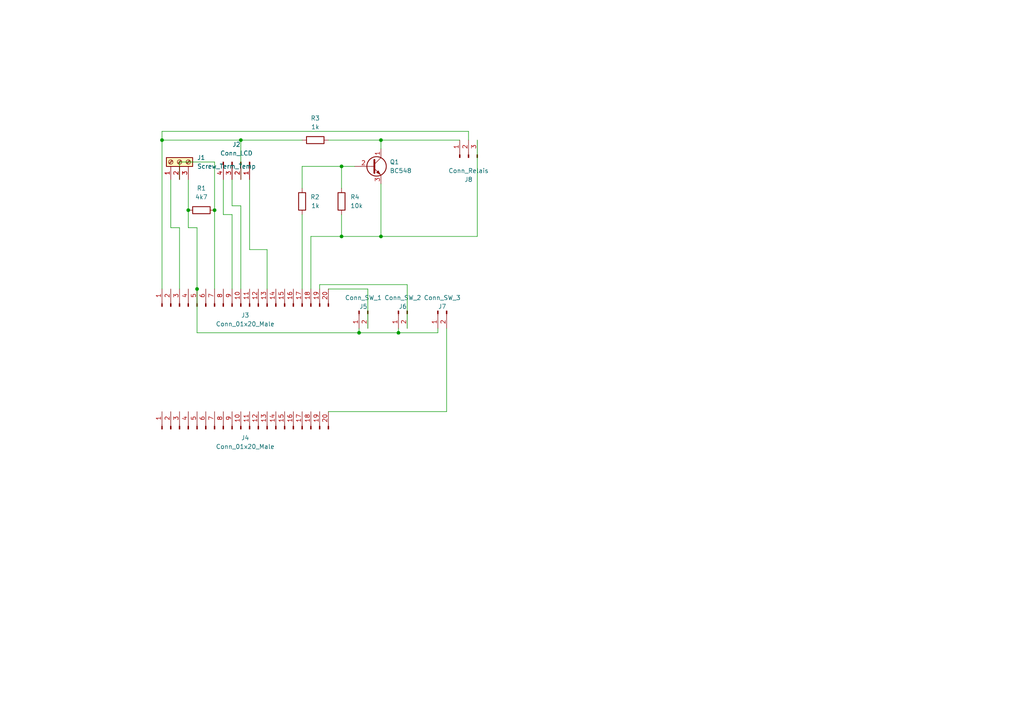
<source format=kicad_sch>
(kicad_sch (version 20211123) (generator eeschema)
  (paper "A4")
  (title_block (title "Gärbox-Manager") (rev "v1"))
  (lib_symbols
    (symbol "Connector:Conn_01x02_Male" (pin_names (offset 1.016) hide)
      (property "Reference" "J" (at 0 2.54 0))
      (property "Value" "Conn_01x02_Male" (at 0 -5.08 0))
      (symbol "Conn_01x02_Male_1_1"
        (polyline (pts (xy 1.27 -2.54) (xy 0.8636 -2.54)) (stroke (width 0.1524)))
        (polyline (pts (xy 1.27 0) (xy 0.8636 0)) (stroke (width 0.1524)))
        (rectangle (start 0.8636 -2.413) (end 0 -2.667) (stroke (width 0.1524)) (fill (type outline)))
        (rectangle (start 0.8636 0.127) (end 0 -0.127) (stroke (width 0.1524)) (fill (type outline)))
        (pin passive line (at 5.08 0 180) (length 3.81) (name "Pin_1") (number "1"))
        (pin passive line (at 5.08 -2.54 180) (length 3.81) (name "Pin_2") (number "2"))
      )
    )
    (symbol "Connector:Conn_01x03_Male" (pin_names (offset 1.016) hide)
      (property "Reference" "J" (at 0 5.08 0))
      (property "Value" "Conn_01x03_Male" (at 0 -5.08 0))
      (symbol "Conn_01x03_Male_1_1"
        (polyline (pts (xy 1.27 -2.54) (xy 0.8636 -2.54)) (stroke (width 0.1524)))
        (polyline (pts (xy 1.27 0) (xy 0.8636 0)) (stroke (width 0.1524)))
        (polyline (pts (xy 1.27 2.54) (xy 0.8636 2.54)) (stroke (width 0.1524)))
        (rectangle (start 0.8636 -2.413) (end 0 -2.667) (stroke (width 0.1524)) (fill (type outline)))
        (rectangle (start 0.8636 0.127) (end 0 -0.127) (stroke (width 0.1524)) (fill (type outline)))
        (rectangle (start 0.8636 2.667) (end 0 2.413) (stroke (width 0.1524)) (fill (type outline)))
        (pin passive line (at 5.08 2.54 180) (length 3.81) (name "Pin_1") (number "1"))
        (pin passive line (at 5.08 0 180) (length 3.81) (name "Pin_2") (number "2"))
        (pin passive line (at 5.08 -2.54 180) (length 3.81) (name "Pin_3") (number "3"))
      )
    )
    (symbol "Connector:Conn_01x04_Male" (pin_names (offset 1.016) hide)
      (property "Reference" "J" (at 0 5.08 0))
      (property "Value" "Conn_01x04_Male" (at 0 -7.62 0))
      (symbol "Conn_01x04_Male_1_1"
        (polyline (pts (xy 1.27 -5.08) (xy 0.8636 -5.08)) (stroke (width 0.1524)))
        (polyline (pts (xy 1.27 -2.54) (xy 0.8636 -2.54)) (stroke (width 0.1524)))
        (polyline (pts (xy 1.27 0) (xy 0.8636 0)) (stroke (width 0.1524)))
        (polyline (pts (xy 1.27 2.54) (xy 0.8636 2.54)) (stroke (width 0.1524)))
        (rectangle (start 0.8636 -4.953) (end 0 -5.207) (stroke (width 0.1524)) (fill (type outline)))
        (rectangle (start 0.8636 -2.413) (end 0 -2.667) (stroke (width 0.1524)) (fill (type outline)))
        (rectangle (start 0.8636 0.127) (end 0 -0.127) (stroke (width 0.1524)) (fill (type outline)))
        (rectangle (start 0.8636 2.667) (end 0 2.413) (stroke (width 0.1524)) (fill (type outline)))
        (pin passive line (at 5.08 2.54 180) (length 3.81) (name "Pin_1") (number "1"))
        (pin passive line (at 5.08 0 180) (length 3.81) (name "Pin_2") (number "2"))
        (pin passive line (at 5.08 -2.54 180) (length 3.81) (name "Pin_3") (number "3"))
        (pin passive line (at 5.08 -5.08 180) (length 3.81) (name "Pin_4") (number "4"))
      )
    )
    (symbol "Connector:Conn_01x20_Male" (pin_names (offset 1.016) hide)
      (property "Reference" "J" (at 0 25.4 0))
      (property "Value" "Conn_01x20_Male" (at 0 -27.94 0))
      (symbol "Conn_01x20_Male_1_1"
        (polyline (pts (xy 1.27 -25.4) (xy 0.8636 -25.4)) (stroke (width 0.1524)))
        (polyline (pts (xy 1.27 -22.86) (xy 0.8636 -22.86)) (stroke (width 0.1524)))
        (polyline (pts (xy 1.27 -20.32) (xy 0.8636 -20.32)) (stroke (width 0.1524)))
        (polyline (pts (xy 1.27 -17.78) (xy 0.8636 -17.78)) (stroke (width 0.1524)))
        (polyline (pts (xy 1.27 -15.24) (xy 0.8636 -15.24)) (stroke (width 0.1524)))
        (polyline (pts (xy 1.27 -12.7) (xy 0.8636 -12.7)) (stroke (width 0.1524)))
        (polyline (pts (xy 1.27 -10.16) (xy 0.8636 -10.16)) (stroke (width 0.1524)))
        (polyline (pts (xy 1.27 -7.62) (xy 0.8636 -7.62)) (stroke (width 0.1524)))
        (polyline (pts (xy 1.27 -5.08) (xy 0.8636 -5.08)) (stroke (width 0.1524)))
        (polyline (pts (xy 1.27 -2.54) (xy 0.8636 -2.54)) (stroke (width 0.1524)))
        (polyline (pts (xy 1.27 0) (xy 0.8636 0)) (stroke (width 0.1524)))
        (polyline (pts (xy 1.27 2.54) (xy 0.8636 2.54)) (stroke (width 0.1524)))
        (polyline (pts (xy 1.27 5.08) (xy 0.8636 5.08)) (stroke (width 0.1524)))
        (polyline (pts (xy 1.27 7.62) (xy 0.8636 7.62)) (stroke (width 0.1524)))
        (polyline (pts (xy 1.27 10.16) (xy 0.8636 10.16)) (stroke (width 0.1524)))
        (polyline (pts (xy 1.27 12.7) (xy 0.8636 12.7)) (stroke (width 0.1524)))
        (polyline (pts (xy 1.27 15.24) (xy 0.8636 15.24)) (stroke (width 0.1524)))
        (polyline (pts (xy 1.27 17.78) (xy 0.8636 17.78)) (stroke (width 0.1524)))
        (polyline (pts (xy 1.27 20.32) (xy 0.8636 20.32)) (stroke (width 0.1524)))
        (polyline (pts (xy 1.27 22.86) (xy 0.8636 22.86)) (stroke (width 0.1524)))
        (rectangle (start 0.8636 -25.273) (end 0 -25.527) (stroke (width 0.1524)) (fill (type outline)))
        (rectangle (start 0.8636 -22.733) (end 0 -22.987) (stroke (width 0.1524)) (fill (type outline)))
        (rectangle (start 0.8636 -20.193) (end 0 -20.447) (stroke (width 0.1524)) (fill (type outline)))
        (rectangle (start 0.8636 -17.653) (end 0 -17.907) (stroke (width 0.1524)) (fill (type outline)))
        (rectangle (start 0.8636 -15.113) (end 0 -15.367) (stroke (width 0.1524)) (fill (type outline)))
        (rectangle (start 0.8636 -12.573) (end 0 -12.827) (stroke (width 0.1524)) (fill (type outline)))
        (rectangle (start 0.8636 -10.033) (end 0 -10.287) (stroke (width 0.1524)) (fill (type outline)))
        (rectangle (start 0.8636 -7.493) (end 0 -7.747) (stroke (width 0.1524)) (fill (type outline)))
        (rectangle (start 0.8636 -4.953) (end 0 -5.207) (stroke (width 0.1524)) (fill (type outline)))
        (rectangle (start 0.8636 -2.413) (end 0 -2.667) (stroke (width 0.1524)) (fill (type outline)))
        (rectangle (start 0.8636 0.127) (end 0 -0.127) (stroke (width 0.1524)) (fill (type outline)))
        (rectangle (start 0.8636 2.667) (end 0 2.413) (stroke (width 0.1524)) (fill (type outline)))
        (rectangle (start 0.8636 5.207) (end 0 4.953) (stroke (width 0.1524)) (fill (type outline)))
        (rectangle (start 0.8636 7.747) (end 0 7.493) (stroke (width 0.1524)) (fill (type outline)))
        (rectangle (start 0.8636 10.287) (end 0 10.033) (stroke (width 0.1524)) (fill (type outline)))
        (rectangle (start 0.8636 12.827) (end 0 12.573) (stroke (width 0.1524)) (fill (type outline)))
        (rectangle (start 0.8636 15.367) (end 0 15.113) (stroke (width 0.1524)) (fill (type outline)))
        (rectangle (start 0.8636 17.907) (end 0 17.653) (stroke (width 0.1524)) (fill (type outline)))
        (rectangle (start 0.8636 20.447) (end 0 20.193) (stroke (width 0.1524)) (fill (type outline)))
        (rectangle (start 0.8636 22.987) (end 0 22.733) (stroke (width 0.1524)) (fill (type outline)))
        (pin passive line (at 5.08 22.86 180) (length 3.81) (name "Pin_1") (number "1"))
        (pin passive line (at 5.08 0 180) (length 3.81) (name "Pin_10") (number "10"))
        (pin passive line (at 5.08 -2.54 180) (length 3.81) (name "Pin_11") (number "11"))
        (pin passive line (at 5.08 -5.08 180) (length 3.81) (name "Pin_12") (number "12"))
        (pin passive line (at 5.08 -7.62 180) (length 3.81) (name "Pin_13") (number "13"))
        (pin passive line (at 5.08 -10.16 180) (length 3.81) (name "Pin_14") (number "14"))
        (pin passive line (at 5.08 -12.7 180) (length 3.81) (name "Pin_15") (number "15"))
        (pin passive line (at 5.08 -15.24 180) (length 3.81) (name "Pin_16") (number "16"))
        (pin passive line (at 5.08 -17.78 180) (length 3.81) (name "Pin_17") (number "17"))
        (pin passive line (at 5.08 -20.32 180) (length 3.81) (name "Pin_18") (number "18"))
        (pin passive line (at 5.08 -22.86 180) (length 3.81) (name "Pin_19") (number "19"))
        (pin passive line (at 5.08 20.32 180) (length 3.81) (name "Pin_2") (number "2"))
        (pin passive line (at 5.08 -25.4 180) (length 3.81) (name "Pin_20") (number "20"))
        (pin passive line (at 5.08 17.78 180) (length 3.81) (name "Pin_3") (number "3"))
        (pin passive line (at 5.08 15.24 180) (length 3.81) (name "Pin_4") (number "4"))
        (pin passive line (at 5.08 12.7 180) (length 3.81) (name "Pin_5") (number "5"))
        (pin passive line (at 5.08 10.16 180) (length 3.81) (name "Pin_6") (number "6"))
        (pin passive line (at 5.08 7.62 180) (length 3.81) (name "Pin_7") (number "7"))
        (pin passive line (at 5.08 5.08 180) (length 3.81) (name "Pin_8") (number "8"))
        (pin passive line (at 5.08 2.54 180) (length 3.81) (name "Pin_9") (number "9"))
      )
    )
    (symbol "Connector:Screw_Terminal_01x03" (pin_names (offset 1.016) hide)
      (property "Reference" "J" (at 0 5.08 0))
      (property "Value" "Screw_Terminal_01x03" (at 0 -5.08 0))
      (symbol "Screw_Terminal_01x03_1_1"
        (rectangle (start -1.27 3.81) (end 1.27 -3.81) (stroke (width 0.254)) (fill (type background)))
        (circle (center 0 -2.54) (radius 0.635) (stroke (width 0.1524)))
        (polyline (pts (xy -0.5334 -2.2098) (xy 0.3302 -3.048)) (stroke (width 0.1524)))
        (polyline (pts (xy -0.5334 0.3302) (xy 0.3302 -0.508)) (stroke (width 0.1524)))
        (polyline (pts (xy -0.5334 2.8702) (xy 0.3302 2.032)) (stroke (width 0.1524)))
        (polyline (pts (xy -0.3556 -2.032) (xy 0.508 -2.8702)) (stroke (width 0.1524)))
        (polyline (pts (xy -0.3556 0.508) (xy 0.508 -0.3302)) (stroke (width 0.1524)))
        (polyline (pts (xy -0.3556 3.048) (xy 0.508 2.2098)) (stroke (width 0.1524)))
        (circle (center 0 0) (radius 0.635) (stroke (width 0.1524)))
        (circle (center 0 2.54) (radius 0.635) (stroke (width 0.1524)))
        (pin passive line (at -5.08 2.54 0) (length 3.81) (name "Pin_1") (number "1"))
        (pin passive line (at -5.08 0 0) (length 3.81) (name "Pin_2") (number "2"))
        (pin passive line (at -5.08 -2.54 0) (length 3.81) (name "Pin_3") (number "3"))
      )
    )
    (symbol "Device:R" (pin_numbers hide) (pin_names (offset 0))
      (property "Reference" "R" (at 2.032 0 90))
      (property "Value" "R" (at 0 0 90))
      (symbol "R_0_1"
        (rectangle (start -1.016 -2.54) (end 1.016 2.54) (stroke (width 0.254)))
      )
      (symbol "R_1_1"
        (pin passive line (at 0 3.81 270) (length 1.27) (name "~") (number "1"))
        (pin passive line (at 0 -3.81 90) (length 1.27) (name "~") (number "2"))
      )
    )
    (symbol "Transistor_BJT:BC548" (pin_names (offset 0) hide)
      (property "Reference" "Q" (at 5.08 1.905 0))
      (property "Value" "BC548" (at 5.08 0 0))
      (symbol "BC548_0_1"
        (polyline (pts (xy 0 0) (xy 0.635 0)))
        (polyline (pts (xy 0.635 0.635) (xy 2.54 2.54)))
        (polyline (pts (xy 0.635 -0.635) (xy 2.54 -2.54) (xy 2.54 -2.54)))
        (polyline (pts (xy 0.635 1.905) (xy 0.635 -1.905) (xy 0.635 -1.905)) (stroke (width 0.508)))
        (polyline (pts (xy 1.27 -1.778) (xy 1.778 -1.27) (xy 2.286 -2.286) (xy 1.27 -1.778) (xy 1.27 -1.778)) (fill (type outline)))
        (circle (center 1.27 0) (radius 2.8194) (stroke (width 0.254)))
      )
      (symbol "BC548_1_1"
        (pin passive line (at 2.54 5.08 270) (length 2.54) (name "C") (number "1"))
        (pin input line (at -5.08 0 0) (length 5.08) (name "B") (number "2"))
        (pin passive line (at 2.54 -5.08 90) (length 2.54) (name "E") (number "3"))
      )
    )
  )
  (junction (at 46.99 40.64))
  (junction (at 69.85 40.64))
  (junction (at 99.06 68.58))
  (junction (at 115.57 96.52))
  (junction (at 57.15 83.82))
  (junction (at 110.49 40.64))
  (junction (at 99.06 48.26))
  (junction (at 110.49 68.58))
  (junction (at 104.14 96.52))
  (junction (at 62.23 60.96))
  (junction (at 54.61 60.96))
  (wire (pts (xy 118.11 82.55) (xy 118.11 95.25)))
  (wire (pts (xy 72.39 72.39) (xy 72.39 52.07)))
  (wire (pts (xy 95.25 40.64) (xy 110.49 40.64)))
  (wire (pts (xy 67.31 83.82) (xy 67.31 62.23)))
  (wire (pts (xy 52.07 66.04) (xy 49.53 66.04)))
  (wire (pts (xy 90.17 83.82) (xy 90.17 68.58)))
  (wire (pts (xy 115.57 96.52) (xy 115.57 95.25)))
  (wire (pts (xy 92.71 83.82) (xy 92.71 82.55)))
  (wire (pts (xy 64.77 62.23) (xy 67.31 62.23)))
  (wire (pts (xy 99.06 48.26) (xy 102.87 48.26)))
  (wire (pts (xy 90.17 68.58) (xy 99.06 68.58)))
  (wire (pts (xy 57.15 66.04) (xy 57.15 83.82)))
  (wire (pts (xy 46.99 40.64) (xy 69.85 40.64)))
  (wire (pts (xy 69.85 40.64) (xy 87.63 40.64)))
  (wire (pts (xy 99.06 68.58) (xy 110.49 68.58)))
  (wire (pts (xy 99.06 62.23) (xy 99.06 68.58)))
  (wire (pts (xy 135.89 38.1) (xy 135.89 40.64)))
  (wire (pts (xy 77.47 72.39) (xy 77.47 83.82)))
  (wire (pts (xy 127 96.52) (xy 115.57 96.52)))
  (wire (pts (xy 110.49 68.58) (xy 138.43 68.58)))
  (wire (pts (xy 95.25 119.38) (xy 129.54 119.38)))
  (wire (pts (xy 99.06 48.26) (xy 99.06 54.61)))
  (wire (pts (xy 77.47 72.39) (xy 72.39 72.39)))
  (wire (pts (xy 106.68 83.82) (xy 106.68 95.25)))
  (wire (pts (xy 57.15 96.52) (xy 104.14 96.52)))
  (wire (pts (xy 46.99 38.1) (xy 135.89 38.1)))
  (wire (pts (xy 69.85 59.69) (xy 67.31 59.69)))
  (wire (pts (xy 69.85 59.69) (xy 69.85 83.82)))
  (wire (pts (xy 64.77 52.07) (xy 64.77 62.23)))
  (wire (pts (xy 54.61 52.07) (xy 54.61 60.96)))
  (wire (pts (xy 87.63 48.26) (xy 99.06 48.26)))
  (wire (pts (xy 67.31 59.69) (xy 67.31 52.07)))
  (wire (pts (xy 87.63 62.23) (xy 87.63 83.82)))
  (wire (pts (xy 104.14 96.52) (xy 115.57 96.52)))
  (wire (pts (xy 52.07 46.99) (xy 52.07 52.07)))
  (wire (pts (xy 46.99 83.82) (xy 46.99 40.64)))
  (wire (pts (xy 92.71 82.55) (xy 118.11 82.55)))
  (wire (pts (xy 127 95.25) (xy 127 96.52)))
  (wire (pts (xy 110.49 40.64) (xy 133.35 40.64)))
  (wire (pts (xy 95.25 83.82) (xy 106.68 83.82)))
  (wire (pts (xy 62.23 83.82) (xy 62.23 60.96)))
  (wire (pts (xy 46.99 40.64) (xy 46.99 38.1)))
  (wire (pts (xy 52.07 46.99) (xy 62.23 46.99)))
  (wire (pts (xy 129.54 119.38) (xy 129.54 95.25)))
  (wire (pts (xy 69.85 40.64) (xy 69.85 52.07)))
  (wire (pts (xy 54.61 66.04) (xy 54.61 60.96)))
  (wire (pts (xy 49.53 66.04) (xy 49.53 52.07)))
  (wire (pts (xy 57.15 83.82) (xy 57.15 96.52)))
  (wire (pts (xy 87.63 54.61) (xy 87.63 48.26)))
  (wire (pts (xy 57.15 66.04) (xy 54.61 66.04)))
  (wire (pts (xy 52.07 83.82) (xy 52.07 66.04)))
  (wire (pts (xy 110.49 68.58) (xy 110.49 53.34)))
  (wire (pts (xy 110.49 40.64) (xy 110.49 43.18)))
  (wire (pts (xy 104.14 96.52) (xy 104.14 95.25)))
  (wire (pts (xy 62.23 46.99) (xy 62.23 60.96)))
  (wire (pts (xy 138.43 68.58) (xy 138.43 40.64)))
  (symbol (lib_id "Transistor_BJT:BC548") (at 107.95 48.26 0) (unit 1)
    (property "Reference" "Q1" (at 113.03 46.9899 0) (effects (justify left)))
    (property "Value" "BC548" (at 113.03 49.5299 0) (effects (justify left)))
    (property "Footprint" "Package_TO_SOT_THT:TO-92_Inline_Wide" (effects hide))
    (property "Datasheet" "https://www.onsemi.com/pub/Collateral/BC550-D.pdf" (effects hide))
  )
  (symbol (lib_id "Device:R") (at 58.42 60.96 90) (unit 1)
    (property "Reference" "R1" (at 58.42 54.61 90))
    (property "Value" "4k7" (at 58.42 57.15 90))
    (property "Footprint" "Resistor_THT:R_Axial_DIN0309_L9.0mm_D3.2mm_P12.70mm_Horizontal" (effects hide))
  )
  (symbol (lib_id "Connector:Conn_01x03_Male") (at 135.89 45.72 90) (unit 1)
    (property "Reference" "J8" (at 135.89 52.07 90))
    (property "Value" "Conn_Relais" (at 135.89 49.53 90))
    (property "Footprint" "Connector_PinHeader_2.54mm:PinHeader_1x03_P2.54mm_Horizontal" (effects hide))
  )
  (symbol (lib_id "Connector:Conn_01x20_Male") (at 69.85 88.9 90) (unit 1)
    (property "Reference" "J3" (at 71.12 91.44 90))
    (property "Value" "Conn_01x20_Male" (at 71.12 93.98 90))
    (property "Footprint" "Connector_PinHeader_2.54mm:PinHeader_1x20_P2.54mm_Vertical" (effects hide))
  )
  (symbol (lib_id "Connector:Conn_01x20_Male") (at 69.85 124.46 90) (unit 1)
    (property "Reference" "J4" (at 71.12 127 90))
    (property "Value" "Conn_01x20_Male" (at 71.12 129.54 90))
    (property "Footprint" "Connector_PinHeader_2.54mm:PinHeader_1x20_P2.54mm_Vertical" (effects hide))
  )
  (symbol (lib_id "Connector:Conn_01x02_Male") (at 127 90.17 90) (mirror x) (unit 1)
    (property "Reference" "J7" (at 128.27 88.9 90))
    (property "Value" "Conn_SW_3" (at 128.27 86.36 90))
    (property "Footprint" "Connector_PinHeader_2.54mm:PinHeader_1x02_P2.54mm_Vertical" (effects hide))
  )
  (symbol (lib_id "Device:R") (at 91.44 40.64 270) (unit 1)
    (property "Reference" "R3" (at 91.44 34.29 90))
    (property "Value" "1k" (at 91.44 36.83 90))
    (property "Footprint" "Resistor_THT:R_Axial_DIN0309_L9.0mm_D3.2mm_P12.70mm_Horizontal" (effects hide))
  )
  (symbol (lib_id "Device:R") (at 87.63 58.42 0) (mirror y) (unit 1)
    (property "Reference" "R2" (at 92.71 57.15 0) (effects (justify left)))
    (property "Value" "1k" (at 92.71 59.6899 0) (effects (justify left)))
    (property "Footprint" "Resistor_THT:R_Axial_DIN0309_L9.0mm_D3.2mm_P12.70mm_Horizontal" (effects hide))
  )
  (symbol (lib_id "Connector:Screw_Terminal_01x03") (at 52.07 46.99 90) (unit 1)
    (property "Reference" "J1" (at 57.15 45.7199 90) (effects (justify right)))
    (property "Value" "Screw_Term_Temp" (at 57.15 48.2599 90) (effects (justify right)))
    (property "Footprint" "TerminalBlock:TerminalBlock_bornier-3_P5.08mm" (effects hide))
  )
  (symbol (lib_id "Device:R") (at 99.06 58.42 0) (unit 1)
    (property "Reference" "R4" (at 101.6 57.1499 0) (effects (justify left)))
    (property "Value" "10k" (at 101.6 59.6899 0) (effects (justify left)))
    (property "Footprint" "Resistor_THT:R_Axial_DIN0309_L9.0mm_D3.2mm_P12.70mm_Horizontal" (effects hide))
  )
  (symbol (lib_id "Connector:Conn_01x02_Male") (at 104.14 90.17 90) (mirror x) (unit 1)
    (property "Reference" "J5" (at 105.41 88.9 90))
    (property "Value" "Conn_SW_1" (at 105.41 86.36 90))
    (property "Footprint" "Connector_PinHeader_2.54mm:PinHeader_1x02_P2.54mm_Vertical" (effects hide))
  )
  (symbol (lib_id "Connector:Conn_01x04_Male") (at 69.85 46.99 270) (unit 1)
    (property "Reference" "J2" (at 68.58 41.91 90))
    (property "Value" "Conn_LCD" (at 68.58 44.45 90))
    (property "Footprint" "Connector_PinHeader_2.54mm:PinHeader_1x04_P2.54mm_Vertical" (effects hide))
  )
  (symbol (lib_id "Connector:Conn_01x02_Male") (at 115.57 90.17 90) (mirror x) (unit 1)
    (property "Reference" "J6" (at 116.84 88.9 90))
    (property "Value" "Conn_SW_2" (at 116.84 86.36 90))
    (property "Footprint" "Connector_PinHeader_2.54mm:PinHeader_1x02_P2.54mm_Vertical" (effects hide))
  )
)
</source>
